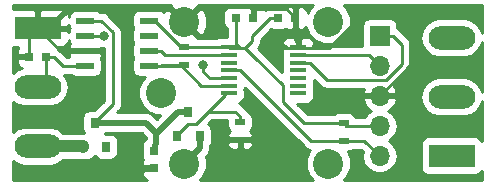
<source format=gbr>
G04 #@! TF.GenerationSoftware,KiCad,Pcbnew,(2018-02-16 revision c95340fba)-makepkg*
G04 #@! TF.CreationDate,2018-04-16T21:08:27+02:00*
G04 #@! TF.ProjectId,lin_bb,6C696E5F62622E6B696361645F706362,rev?*
G04 #@! TF.SameCoordinates,Original*
G04 #@! TF.FileFunction,Copper,L1,Top,Signal*
G04 #@! TF.FilePolarity,Positive*
%FSLAX46Y46*%
G04 Gerber Fmt 4.6, Leading zero omitted, Abs format (unit mm)*
G04 Created by KiCad (PCBNEW (2018-02-16 revision c95340fba)-makepkg) date 04/16/18 21:08:27*
%MOMM*%
%LPD*%
G01*
G04 APERTURE LIST*
%ADD10R,0.750000X0.800000*%
%ADD11R,0.800000X0.750000*%
%ADD12O,1.700000X1.700000*%
%ADD13R,1.700000X1.700000*%
%ADD14O,3.960000X1.980000*%
%ADD15R,3.960000X1.980000*%
%ADD16R,0.900000X0.500000*%
%ADD17R,1.550000X0.600000*%
%ADD18R,0.800000X0.900000*%
%ADD19C,2.540000*%
%ADD20R,1.450000X0.450000*%
%ADD21C,0.800000*%
%ADD22C,0.250000*%
%ADD23C,0.500000*%
%ADD24C,1.000000*%
%ADD25C,0.254000*%
G04 APERTURE END LIST*
D10*
X147764500Y-122733500D03*
X147764500Y-121233500D03*
D11*
X138672000Y-113284000D03*
X137172000Y-113284000D03*
D12*
X166878000Y-121666000D03*
X166878000Y-119126000D03*
X166878000Y-116586000D03*
X166878000Y-114046000D03*
D13*
X166878000Y-111506000D03*
D14*
X137922000Y-120871000D03*
X137922000Y-115871000D03*
D15*
X137922000Y-110871000D03*
D16*
X150304500Y-112470500D03*
X150304500Y-113970500D03*
D17*
X147353000Y-110236000D03*
X147353000Y-111506000D03*
X147353000Y-112776000D03*
X147353000Y-114046000D03*
X141953000Y-114046000D03*
X141953000Y-112776000D03*
X141953000Y-111506000D03*
X141953000Y-110236000D03*
D14*
X172974000Y-111666000D03*
X172974000Y-116666000D03*
D15*
X172974000Y-121666000D03*
D11*
X154698000Y-109982000D03*
X156198000Y-109982000D03*
X159742000Y-109982000D03*
X158242000Y-109982000D03*
D18*
X142748000Y-118888000D03*
X143698000Y-120888000D03*
X141798000Y-120888000D03*
D19*
X162536000Y-122332000D03*
X148336000Y-116332000D03*
X162536000Y-110332000D03*
X150336000Y-122332000D03*
X150336000Y-110332000D03*
D16*
X163830000Y-118884000D03*
X163830000Y-120384000D03*
D18*
X150685500Y-117999000D03*
X151635500Y-119999000D03*
X149735500Y-119999000D03*
D20*
X159985500Y-112477000D03*
X159985500Y-113127000D03*
X159985500Y-113777000D03*
X159985500Y-114427000D03*
X159985500Y-115077000D03*
X159985500Y-115727000D03*
X159985500Y-116377000D03*
X154085500Y-116377000D03*
X154085500Y-115727000D03*
X154085500Y-115077000D03*
X154085500Y-114427000D03*
X154085500Y-113777000D03*
X154085500Y-113127000D03*
X154085500Y-112477000D03*
D16*
X155067000Y-120320500D03*
X155067000Y-118820500D03*
D21*
X172910500Y-119126000D03*
X172847000Y-114173000D03*
X153035000Y-110363000D03*
X145796000Y-116332000D03*
X145034000Y-122682000D03*
X157480000Y-112522000D03*
X158750000Y-122682000D03*
X151955500Y-113982500D03*
X143510000Y-111506000D03*
D22*
X138672000Y-113284000D02*
X139322000Y-113284000D01*
X139322000Y-113284000D02*
X140084000Y-114046000D01*
X140084000Y-114046000D02*
X140928000Y-114046000D01*
X140928000Y-114046000D02*
X141953000Y-114046000D01*
X138672000Y-113284000D02*
X138672000Y-115121000D01*
X138672000Y-115121000D02*
X137922000Y-115871000D01*
X159985500Y-113127000D02*
X165959000Y-113127000D01*
X165959000Y-113127000D02*
X166878000Y-114046000D01*
X166624000Y-113792000D02*
X166878000Y-114046000D01*
D23*
X138912000Y-110871000D02*
X137922000Y-110871000D01*
X140563000Y-109220000D02*
X138912000Y-110871000D01*
X150336000Y-110332000D02*
X149224000Y-109220000D01*
X149224000Y-109220000D02*
X140563000Y-109220000D01*
D22*
X141953000Y-112776000D02*
X139827000Y-112776000D01*
X139827000Y-112776000D02*
X137922000Y-110871000D01*
X155067000Y-120320500D02*
X155067000Y-120820500D01*
X155067000Y-120820500D02*
X156928500Y-122682000D01*
X156928500Y-122682000D02*
X158184315Y-122682000D01*
X158184315Y-122682000D02*
X158750000Y-122682000D01*
D23*
X147764500Y-122733500D02*
X145085500Y-122733500D01*
X145085500Y-122733500D02*
X145034000Y-122682000D01*
D22*
X158750000Y-112522000D02*
X157480000Y-112522000D01*
X162623500Y-112522000D02*
X161434000Y-112522000D01*
X165608000Y-109537500D02*
X162623500Y-112522000D01*
X168211500Y-109537500D02*
X165608000Y-109537500D01*
X169481500Y-110807500D02*
X168211500Y-109537500D01*
X166878000Y-116586000D02*
X169481500Y-113982500D01*
X169481500Y-113982500D02*
X169481500Y-110807500D01*
X161434000Y-112522000D02*
X160434000Y-112522000D01*
D24*
X137922000Y-110871000D02*
X139065000Y-110871000D01*
D22*
X158750000Y-112522000D02*
X160434000Y-112522000D01*
X137172000Y-113284000D02*
X137172000Y-111621000D01*
X137172000Y-111621000D02*
X137922000Y-110871000D01*
X156198000Y-109982000D02*
X156198000Y-109357000D01*
X156198000Y-109357000D02*
X155903001Y-109062001D01*
X155903001Y-109062001D02*
X151605999Y-109062001D01*
X151605999Y-109062001D02*
X150336000Y-110332000D01*
X159742000Y-109982000D02*
X159742000Y-111830000D01*
X159742000Y-111830000D02*
X160434000Y-112522000D01*
X156198000Y-109357000D02*
X156273001Y-109281999D01*
X156273001Y-109281999D02*
X159016999Y-109281999D01*
X159016999Y-109281999D02*
X159717000Y-109982000D01*
X159717000Y-109982000D02*
X159742000Y-109982000D01*
D23*
X150685500Y-117999000D02*
X149785500Y-117999000D01*
X149785500Y-117999000D02*
X148019258Y-119765242D01*
X148019258Y-119765242D02*
X147971238Y-119765242D01*
X147093996Y-118888000D02*
X143648000Y-118888000D01*
X147971238Y-119765242D02*
X147093996Y-118888000D01*
X147971238Y-120633762D02*
X147971238Y-119765242D01*
X147828000Y-120777000D02*
X147971238Y-120633762D01*
X147764500Y-121233500D02*
X147828000Y-121170000D01*
X143648000Y-118888000D02*
X142748000Y-118888000D01*
X147828000Y-121170000D02*
X147828000Y-120777000D01*
D22*
X143313004Y-110236000D02*
X144272000Y-111194996D01*
X141953000Y-110236000D02*
X143313004Y-110236000D01*
X144272000Y-111194996D02*
X144272000Y-117314000D01*
X142748000Y-118838000D02*
X142748000Y-118888000D01*
X144272000Y-117314000D02*
X142748000Y-118838000D01*
X160476500Y-118884000D02*
X158668999Y-117076499D01*
X163830000Y-118884000D02*
X160476500Y-118884000D01*
X158668999Y-117076499D02*
X158668999Y-115706999D01*
X158668999Y-115706999D02*
X156279011Y-113317011D01*
X156279011Y-113317011D02*
X155484000Y-112522000D01*
X147353000Y-110236000D02*
X147828000Y-110236000D01*
X147828000Y-110236000D02*
X150069000Y-112477000D01*
X150069000Y-112477000D02*
X153110500Y-112477000D01*
X153110500Y-112477000D02*
X154085500Y-112477000D01*
X155034000Y-112522000D02*
X154130500Y-112522000D01*
X154130500Y-112522000D02*
X154085500Y-112477000D01*
X158242000Y-109982000D02*
X157574000Y-109982000D01*
X157574000Y-109982000D02*
X156034000Y-111522000D01*
X156034000Y-111522000D02*
X156034000Y-111972000D01*
X156034000Y-111972000D02*
X155484000Y-112522000D01*
X155484000Y-112522000D02*
X155034000Y-112522000D01*
X154698000Y-109982000D02*
X154698000Y-112186000D01*
X154698000Y-112186000D02*
X155034000Y-112522000D01*
X166878000Y-119126000D02*
X164072000Y-119126000D01*
X164072000Y-119126000D02*
X163830000Y-118884000D01*
D24*
X137922000Y-120871000D02*
X141781000Y-120871000D01*
X141781000Y-120871000D02*
X141798000Y-120888000D01*
D22*
X155060500Y-114427000D02*
X161029500Y-120396000D01*
X154085500Y-114427000D02*
X155060500Y-114427000D01*
X161029500Y-120396000D02*
X163818000Y-120396000D01*
X163818000Y-120396000D02*
X163830000Y-120384000D01*
X163830000Y-120384000D02*
X165596000Y-120384000D01*
X165596000Y-120384000D02*
X166878000Y-121666000D01*
X150114000Y-114046000D02*
X151795000Y-115727000D01*
X148378000Y-114046000D02*
X150114000Y-114046000D01*
X151795000Y-115727000D02*
X154085500Y-115727000D01*
X148378000Y-114046000D02*
X148453500Y-113970500D01*
X148453500Y-113970500D02*
X150304500Y-113970500D01*
X147353000Y-114046000D02*
X148378000Y-114046000D01*
D23*
X151635500Y-119999000D02*
X151635500Y-121032500D01*
X151635500Y-121032500D02*
X150336000Y-122332000D01*
D22*
X153585500Y-116377000D02*
X153757250Y-116548750D01*
X154085500Y-116377000D02*
X153585500Y-116377000D01*
X153757250Y-116548750D02*
X152384000Y-117922000D01*
X149735500Y-119949000D02*
X150685500Y-118999000D01*
X149735500Y-119999000D02*
X149735500Y-119949000D01*
X150685500Y-118999000D02*
X151307000Y-118999000D01*
X151307000Y-118999000D02*
X152384000Y-117922000D01*
X152384000Y-117922000D02*
X154668500Y-117922000D01*
X154668500Y-117922000D02*
X155067000Y-118320500D01*
X155067000Y-118320500D02*
X155067000Y-118820500D01*
X147353000Y-112776000D02*
X148378000Y-112776000D01*
X148378000Y-112776000D02*
X148729000Y-113127000D01*
X148729000Y-113127000D02*
X150655500Y-113127000D01*
X150655500Y-113127000D02*
X154085500Y-113127000D01*
X151955500Y-113982500D02*
X151955500Y-114548185D01*
X151955500Y-114548185D02*
X152484315Y-115077000D01*
X152484315Y-115077000D02*
X153110500Y-115077000D01*
X153110500Y-115077000D02*
X154085500Y-115077000D01*
X141953000Y-111506000D02*
X143510000Y-111506000D01*
X154114500Y-115062000D02*
X154029501Y-114977001D01*
X167442001Y-115221001D02*
X162404501Y-115221001D01*
X162404501Y-115221001D02*
X160960500Y-113777000D01*
X160960500Y-113777000D02*
X159985500Y-113777000D01*
X168783000Y-113880002D02*
X168783000Y-112311000D01*
X168783000Y-112311000D02*
X167978000Y-111506000D01*
X167978000Y-111506000D02*
X166878000Y-111506000D01*
X167442001Y-115221001D02*
X168783000Y-113880002D01*
D25*
G36*
X147086239Y-120131821D02*
X147086238Y-120272425D01*
X146931691Y-120375691D01*
X146791343Y-120585735D01*
X146742060Y-120833500D01*
X146742060Y-121633500D01*
X146791343Y-121881265D01*
X146852373Y-121972602D01*
X146851173Y-121973802D01*
X146754500Y-122207191D01*
X146754500Y-122447750D01*
X146913250Y-122606500D01*
X147637500Y-122606500D01*
X147637500Y-122586500D01*
X147891500Y-122586500D01*
X147891500Y-122606500D01*
X147911500Y-122606500D01*
X147911500Y-122860500D01*
X147891500Y-122860500D01*
X147891500Y-122880500D01*
X147637500Y-122880500D01*
X147637500Y-122860500D01*
X146913250Y-122860500D01*
X146754500Y-123019250D01*
X146754500Y-123259809D01*
X146851173Y-123493198D01*
X147029801Y-123671827D01*
X147158172Y-123725000D01*
X135863000Y-123725000D01*
X135863000Y-122111087D01*
X136297957Y-122401716D01*
X136771955Y-122496000D01*
X139072045Y-122496000D01*
X139546043Y-122401716D01*
X140083559Y-122042559D01*
X140107987Y-122006000D01*
X141600752Y-122006000D01*
X141798000Y-122045235D01*
X142098610Y-121985440D01*
X142198000Y-121985440D01*
X142445765Y-121936157D01*
X142655809Y-121795809D01*
X142748000Y-121657836D01*
X142840191Y-121795809D01*
X143050235Y-121936157D01*
X143298000Y-121985440D01*
X144098000Y-121985440D01*
X144345765Y-121936157D01*
X144555809Y-121795809D01*
X144696157Y-121585765D01*
X144745440Y-121338000D01*
X144745440Y-120438000D01*
X144696157Y-120190235D01*
X144555809Y-119980191D01*
X144345765Y-119839843D01*
X144098000Y-119790560D01*
X143609316Y-119790560D01*
X143621050Y-119773000D01*
X146727418Y-119773000D01*
X147086239Y-120131821D01*
X147086239Y-120131821D01*
G37*
X147086239Y-120131821D02*
X147086238Y-120272425D01*
X146931691Y-120375691D01*
X146791343Y-120585735D01*
X146742060Y-120833500D01*
X146742060Y-121633500D01*
X146791343Y-121881265D01*
X146852373Y-121972602D01*
X146851173Y-121973802D01*
X146754500Y-122207191D01*
X146754500Y-122447750D01*
X146913250Y-122606500D01*
X147637500Y-122606500D01*
X147637500Y-122586500D01*
X147891500Y-122586500D01*
X147891500Y-122606500D01*
X147911500Y-122606500D01*
X147911500Y-122860500D01*
X147891500Y-122860500D01*
X147891500Y-122880500D01*
X147637500Y-122880500D01*
X147637500Y-122860500D01*
X146913250Y-122860500D01*
X146754500Y-123019250D01*
X146754500Y-123259809D01*
X146851173Y-123493198D01*
X147029801Y-123671827D01*
X147158172Y-123725000D01*
X135863000Y-123725000D01*
X135863000Y-122111087D01*
X136297957Y-122401716D01*
X136771955Y-122496000D01*
X139072045Y-122496000D01*
X139546043Y-122401716D01*
X140083559Y-122042559D01*
X140107987Y-122006000D01*
X141600752Y-122006000D01*
X141798000Y-122045235D01*
X142098610Y-121985440D01*
X142198000Y-121985440D01*
X142445765Y-121936157D01*
X142655809Y-121795809D01*
X142748000Y-121657836D01*
X142840191Y-121795809D01*
X143050235Y-121936157D01*
X143298000Y-121985440D01*
X144098000Y-121985440D01*
X144345765Y-121936157D01*
X144555809Y-121795809D01*
X144696157Y-121585765D01*
X144745440Y-121338000D01*
X144745440Y-120438000D01*
X144696157Y-120190235D01*
X144555809Y-119980191D01*
X144345765Y-119839843D01*
X144098000Y-119790560D01*
X143609316Y-119790560D01*
X143621050Y-119773000D01*
X146727418Y-119773000D01*
X147086239Y-120131821D01*
G36*
X149167828Y-108984223D02*
X150336000Y-110152395D01*
X151504172Y-108984223D01*
X151483976Y-108939000D01*
X161234923Y-108939000D01*
X160921019Y-109252904D01*
X160777000Y-109600597D01*
X160777000Y-109480690D01*
X160680327Y-109247301D01*
X160501698Y-109068673D01*
X160268309Y-108972000D01*
X160027750Y-108972000D01*
X159869000Y-109130750D01*
X159869000Y-109855000D01*
X159889000Y-109855000D01*
X159889000Y-110109000D01*
X159869000Y-110109000D01*
X159869000Y-110833250D01*
X160027750Y-110992000D01*
X160268309Y-110992000D01*
X160501698Y-110895327D01*
X160647138Y-110749888D01*
X160921019Y-111411096D01*
X161456904Y-111946981D01*
X162157072Y-112237000D01*
X162914928Y-112237000D01*
X163615096Y-111946981D01*
X164150981Y-111411096D01*
X164441000Y-110710928D01*
X164441000Y-109953072D01*
X164150981Y-109252904D01*
X163837077Y-108939000D01*
X175541001Y-108939000D01*
X175541001Y-111264647D01*
X175494716Y-111031957D01*
X175135559Y-110494441D01*
X174598043Y-110135284D01*
X174124045Y-110041000D01*
X171823955Y-110041000D01*
X171349957Y-110135284D01*
X170812441Y-110494441D01*
X170453284Y-111031957D01*
X170327165Y-111666000D01*
X170453284Y-112300043D01*
X170812441Y-112837559D01*
X171349957Y-113196716D01*
X171823955Y-113291000D01*
X174124045Y-113291000D01*
X174598043Y-113196716D01*
X175135559Y-112837559D01*
X175494716Y-112300043D01*
X175541001Y-112067354D01*
X175541001Y-116264645D01*
X175494716Y-116031957D01*
X175135559Y-115494441D01*
X174598043Y-115135284D01*
X174124045Y-115041000D01*
X171823955Y-115041000D01*
X171349957Y-115135284D01*
X170812441Y-115494441D01*
X170453284Y-116031957D01*
X170327165Y-116666000D01*
X170453284Y-117300043D01*
X170812441Y-117837559D01*
X171349957Y-118196716D01*
X171823955Y-118291000D01*
X174124045Y-118291000D01*
X174598043Y-118196716D01*
X175135559Y-117837559D01*
X175494716Y-117300043D01*
X175541000Y-117067355D01*
X175541000Y-120411538D01*
X175411809Y-120218191D01*
X175201765Y-120077843D01*
X174954000Y-120028560D01*
X170994000Y-120028560D01*
X170746235Y-120077843D01*
X170536191Y-120218191D01*
X170395843Y-120428235D01*
X170346560Y-120676000D01*
X170346560Y-122656000D01*
X170395843Y-122903765D01*
X170536191Y-123113809D01*
X170746235Y-123254157D01*
X170994000Y-123303440D01*
X174954000Y-123303440D01*
X175201765Y-123254157D01*
X175411809Y-123113809D01*
X175541000Y-122920462D01*
X175541000Y-123725000D01*
X163837077Y-123725000D01*
X164150981Y-123411096D01*
X164441000Y-122710928D01*
X164441000Y-121953072D01*
X164162801Y-121281440D01*
X164280000Y-121281440D01*
X164527765Y-121232157D01*
X164659700Y-121144000D01*
X165281199Y-121144000D01*
X165436791Y-121299592D01*
X165363908Y-121666000D01*
X165479161Y-122245418D01*
X165807375Y-122736625D01*
X166298582Y-123064839D01*
X166731744Y-123151000D01*
X167024256Y-123151000D01*
X167457418Y-123064839D01*
X167948625Y-122736625D01*
X168276839Y-122245418D01*
X168392092Y-121666000D01*
X168276839Y-121086582D01*
X167948625Y-120595375D01*
X167650239Y-120396000D01*
X167948625Y-120196625D01*
X168276839Y-119705418D01*
X168392092Y-119126000D01*
X168276839Y-118546582D01*
X167948625Y-118055375D01*
X167629522Y-117842157D01*
X167759358Y-117781183D01*
X168149645Y-117352924D01*
X168319476Y-116942890D01*
X168198155Y-116713000D01*
X167005000Y-116713000D01*
X167005000Y-116733000D01*
X166751000Y-116733000D01*
X166751000Y-116713000D01*
X165557845Y-116713000D01*
X165436524Y-116942890D01*
X165606355Y-117352924D01*
X165996642Y-117781183D01*
X166126478Y-117842157D01*
X165807375Y-118055375D01*
X165599822Y-118366000D01*
X164864636Y-118366000D01*
X164737809Y-118176191D01*
X164527765Y-118035843D01*
X164280000Y-117986560D01*
X163380000Y-117986560D01*
X163132235Y-118035843D01*
X163000300Y-118124000D01*
X160791303Y-118124000D01*
X159916742Y-117249440D01*
X160710500Y-117249440D01*
X160958265Y-117200157D01*
X161168309Y-117059809D01*
X161308657Y-116849765D01*
X161357940Y-116602000D01*
X161357940Y-116152000D01*
X161338049Y-116052000D01*
X161357940Y-115952000D01*
X161357940Y-115502000D01*
X161338049Y-115402000D01*
X161357940Y-115302000D01*
X161357940Y-115249242D01*
X161814172Y-115705474D01*
X161856572Y-115768930D01*
X161920028Y-115811330D01*
X162107963Y-115936905D01*
X162156106Y-115946481D01*
X162329649Y-115981001D01*
X162329653Y-115981001D01*
X162404501Y-115995889D01*
X162479349Y-115981001D01*
X165539288Y-115981001D01*
X165436524Y-116229110D01*
X165557845Y-116459000D01*
X166751000Y-116459000D01*
X166751000Y-116439000D01*
X167005000Y-116439000D01*
X167005000Y-116459000D01*
X168198155Y-116459000D01*
X168319476Y-116229110D01*
X168149645Y-115819076D01*
X168039542Y-115698261D01*
X169267473Y-114470331D01*
X169330929Y-114427931D01*
X169498904Y-114176539D01*
X169543000Y-113954854D01*
X169543000Y-113954849D01*
X169557888Y-113880002D01*
X169543000Y-113805155D01*
X169543000Y-112385847D01*
X169557888Y-112311000D01*
X169543000Y-112236153D01*
X169543000Y-112236148D01*
X169498904Y-112014463D01*
X169330929Y-111763071D01*
X169267473Y-111720671D01*
X168568331Y-111021530D01*
X168525929Y-110958071D01*
X168375440Y-110857517D01*
X168375440Y-110656000D01*
X168326157Y-110408235D01*
X168185809Y-110198191D01*
X167975765Y-110057843D01*
X167728000Y-110008560D01*
X166028000Y-110008560D01*
X165780235Y-110057843D01*
X165570191Y-110198191D01*
X165429843Y-110408235D01*
X165380560Y-110656000D01*
X165380560Y-112356000D01*
X165382748Y-112367000D01*
X161345500Y-112367000D01*
X161345500Y-112349998D01*
X161201252Y-112349998D01*
X161345500Y-112205750D01*
X161345500Y-112125690D01*
X161248827Y-111892301D01*
X161070198Y-111713673D01*
X160836809Y-111617000D01*
X160271250Y-111617000D01*
X160112500Y-111775750D01*
X160112500Y-112254560D01*
X159858500Y-112254560D01*
X159858500Y-111775750D01*
X159699750Y-111617000D01*
X159134191Y-111617000D01*
X158900802Y-111713673D01*
X158722173Y-111892301D01*
X158625500Y-112125690D01*
X158625500Y-112205750D01*
X158784250Y-112364500D01*
X158921956Y-112364500D01*
X158802691Y-112444191D01*
X158662343Y-112654235D01*
X158648147Y-112725603D01*
X158625500Y-112748250D01*
X158625500Y-112828310D01*
X158626998Y-112831927D01*
X158613060Y-112902000D01*
X158613060Y-113352000D01*
X158632951Y-113452000D01*
X158613060Y-113552000D01*
X158613060Y-114002000D01*
X158632951Y-114102000D01*
X158613060Y-114202000D01*
X158613060Y-114576258D01*
X156869344Y-112832543D01*
X156869340Y-112832537D01*
X156566824Y-112530022D01*
X156581929Y-112519929D01*
X156624327Y-112456476D01*
X156624329Y-112456474D01*
X156730960Y-112296888D01*
X156749904Y-112268537D01*
X156794000Y-112046852D01*
X156794000Y-112046848D01*
X156808888Y-111972001D01*
X156794000Y-111897154D01*
X156794000Y-111836801D01*
X157662138Y-110968664D01*
X157842000Y-111004440D01*
X158642000Y-111004440D01*
X158889765Y-110955157D01*
X158981102Y-110894127D01*
X158982302Y-110895327D01*
X159215691Y-110992000D01*
X159456250Y-110992000D01*
X159615000Y-110833250D01*
X159615000Y-110109000D01*
X159595000Y-110109000D01*
X159595000Y-109855000D01*
X159615000Y-109855000D01*
X159615000Y-109130750D01*
X159456250Y-108972000D01*
X159215691Y-108972000D01*
X158982302Y-109068673D01*
X158981102Y-109069873D01*
X158889765Y-109008843D01*
X158642000Y-108959560D01*
X157842000Y-108959560D01*
X157594235Y-109008843D01*
X157384191Y-109149191D01*
X157310463Y-109259532D01*
X157277463Y-109266096D01*
X157173019Y-109335883D01*
X157136327Y-109247301D01*
X156957698Y-109068673D01*
X156724309Y-108972000D01*
X156483750Y-108972000D01*
X156325000Y-109130750D01*
X156325000Y-109855000D01*
X156345000Y-109855000D01*
X156345000Y-110109000D01*
X156325000Y-110109000D01*
X156325000Y-110129000D01*
X156071000Y-110129000D01*
X156071000Y-110109000D01*
X156051000Y-110109000D01*
X156051000Y-109855000D01*
X156071000Y-109855000D01*
X156071000Y-109130750D01*
X155912250Y-108972000D01*
X155671691Y-108972000D01*
X155438302Y-109068673D01*
X155437102Y-109069873D01*
X155345765Y-109008843D01*
X155098000Y-108959560D01*
X154298000Y-108959560D01*
X154050235Y-109008843D01*
X153840191Y-109149191D01*
X153699843Y-109359235D01*
X153650560Y-109607000D01*
X153650560Y-110357000D01*
X153699843Y-110604765D01*
X153840191Y-110814809D01*
X153938000Y-110880164D01*
X153938001Y-111604560D01*
X153360500Y-111604560D01*
X153112735Y-111653843D01*
X153018215Y-111717000D01*
X151487548Y-111717000D01*
X151504172Y-111679777D01*
X150336000Y-110511605D01*
X150321858Y-110525748D01*
X150142253Y-110346143D01*
X150156395Y-110332000D01*
X150515605Y-110332000D01*
X151683777Y-111500172D01*
X151978657Y-111368480D01*
X152250261Y-110660964D01*
X152230436Y-109903368D01*
X151978657Y-109295520D01*
X151683777Y-109163828D01*
X150515605Y-110332000D01*
X150156395Y-110332000D01*
X148988223Y-109163828D01*
X148693343Y-109295520D01*
X148609568Y-109513749D01*
X148585809Y-109478191D01*
X148375765Y-109337843D01*
X148128000Y-109288560D01*
X146578000Y-109288560D01*
X146330235Y-109337843D01*
X146120191Y-109478191D01*
X145979843Y-109688235D01*
X145930560Y-109936000D01*
X145930560Y-110536000D01*
X145979843Y-110783765D01*
X146038132Y-110871000D01*
X145979843Y-110958235D01*
X145930560Y-111206000D01*
X145930560Y-111806000D01*
X145979843Y-112053765D01*
X146038132Y-112141000D01*
X145979843Y-112228235D01*
X145930560Y-112476000D01*
X145930560Y-113076000D01*
X145979843Y-113323765D01*
X146038132Y-113411000D01*
X145979843Y-113498235D01*
X145930560Y-113746000D01*
X145930560Y-114346000D01*
X145979843Y-114593765D01*
X146120191Y-114803809D01*
X146330235Y-114944157D01*
X146578000Y-114993440D01*
X146980483Y-114993440D01*
X146721019Y-115252904D01*
X146431000Y-115953072D01*
X146431000Y-116710928D01*
X146721019Y-117411096D01*
X147256904Y-117946981D01*
X147957072Y-118237000D01*
X148295921Y-118237000D01*
X147995248Y-118537674D01*
X147781421Y-118323847D01*
X147732045Y-118249951D01*
X147439306Y-118054348D01*
X147181161Y-118003000D01*
X147181157Y-118003000D01*
X147093996Y-117985663D01*
X147006835Y-118003000D01*
X144657803Y-118003000D01*
X144756476Y-117904327D01*
X144819929Y-117861929D01*
X144862327Y-117798476D01*
X144862329Y-117798474D01*
X144967549Y-117641000D01*
X144987904Y-117610537D01*
X145032000Y-117388852D01*
X145032000Y-117388848D01*
X145046888Y-117314001D01*
X145032000Y-117239154D01*
X145032000Y-111269842D01*
X145046888Y-111194995D01*
X145032000Y-111120148D01*
X145032000Y-111120144D01*
X144987904Y-110898459D01*
X144819929Y-110647067D01*
X144756473Y-110604667D01*
X143903335Y-109751530D01*
X143860933Y-109688071D01*
X143609541Y-109520096D01*
X143387856Y-109476000D01*
X143387851Y-109476000D01*
X143313004Y-109461112D01*
X143238157Y-109476000D01*
X143182530Y-109476000D01*
X142975765Y-109337843D01*
X142728000Y-109288560D01*
X141178000Y-109288560D01*
X140930235Y-109337843D01*
X140720191Y-109478191D01*
X140579843Y-109688235D01*
X140537000Y-109903624D01*
X140537000Y-109754691D01*
X140440327Y-109521302D01*
X140261699Y-109342673D01*
X140028310Y-109246000D01*
X138207750Y-109246000D01*
X138049000Y-109404750D01*
X138049000Y-110744000D01*
X140378250Y-110744000D01*
X140537000Y-110585250D01*
X140537000Y-110568376D01*
X140579843Y-110783765D01*
X140638132Y-110871000D01*
X140579843Y-110958235D01*
X140537000Y-111173624D01*
X140537000Y-111156750D01*
X140378250Y-110998000D01*
X138049000Y-110998000D01*
X138049000Y-111018000D01*
X137795000Y-111018000D01*
X137795000Y-110998000D01*
X137775000Y-110998000D01*
X137775000Y-110744000D01*
X137795000Y-110744000D01*
X137795000Y-109404750D01*
X137636250Y-109246000D01*
X135863000Y-109246000D01*
X135863000Y-108939000D01*
X149188024Y-108939000D01*
X149167828Y-108984223D01*
X149167828Y-108984223D01*
G37*
X149167828Y-108984223D02*
X150336000Y-110152395D01*
X151504172Y-108984223D01*
X151483976Y-108939000D01*
X161234923Y-108939000D01*
X160921019Y-109252904D01*
X160777000Y-109600597D01*
X160777000Y-109480690D01*
X160680327Y-109247301D01*
X160501698Y-109068673D01*
X160268309Y-108972000D01*
X160027750Y-108972000D01*
X159869000Y-109130750D01*
X159869000Y-109855000D01*
X159889000Y-109855000D01*
X159889000Y-110109000D01*
X159869000Y-110109000D01*
X159869000Y-110833250D01*
X160027750Y-110992000D01*
X160268309Y-110992000D01*
X160501698Y-110895327D01*
X160647138Y-110749888D01*
X160921019Y-111411096D01*
X161456904Y-111946981D01*
X162157072Y-112237000D01*
X162914928Y-112237000D01*
X163615096Y-111946981D01*
X164150981Y-111411096D01*
X164441000Y-110710928D01*
X164441000Y-109953072D01*
X164150981Y-109252904D01*
X163837077Y-108939000D01*
X175541001Y-108939000D01*
X175541001Y-111264647D01*
X175494716Y-111031957D01*
X175135559Y-110494441D01*
X174598043Y-110135284D01*
X174124045Y-110041000D01*
X171823955Y-110041000D01*
X171349957Y-110135284D01*
X170812441Y-110494441D01*
X170453284Y-111031957D01*
X170327165Y-111666000D01*
X170453284Y-112300043D01*
X170812441Y-112837559D01*
X171349957Y-113196716D01*
X171823955Y-113291000D01*
X174124045Y-113291000D01*
X174598043Y-113196716D01*
X175135559Y-112837559D01*
X175494716Y-112300043D01*
X175541001Y-112067354D01*
X175541001Y-116264645D01*
X175494716Y-116031957D01*
X175135559Y-115494441D01*
X174598043Y-115135284D01*
X174124045Y-115041000D01*
X171823955Y-115041000D01*
X171349957Y-115135284D01*
X170812441Y-115494441D01*
X170453284Y-116031957D01*
X170327165Y-116666000D01*
X170453284Y-117300043D01*
X170812441Y-117837559D01*
X171349957Y-118196716D01*
X171823955Y-118291000D01*
X174124045Y-118291000D01*
X174598043Y-118196716D01*
X175135559Y-117837559D01*
X175494716Y-117300043D01*
X175541000Y-117067355D01*
X175541000Y-120411538D01*
X175411809Y-120218191D01*
X175201765Y-120077843D01*
X174954000Y-120028560D01*
X170994000Y-120028560D01*
X170746235Y-120077843D01*
X170536191Y-120218191D01*
X170395843Y-120428235D01*
X170346560Y-120676000D01*
X170346560Y-122656000D01*
X170395843Y-122903765D01*
X170536191Y-123113809D01*
X170746235Y-123254157D01*
X170994000Y-123303440D01*
X174954000Y-123303440D01*
X175201765Y-123254157D01*
X175411809Y-123113809D01*
X175541000Y-122920462D01*
X175541000Y-123725000D01*
X163837077Y-123725000D01*
X164150981Y-123411096D01*
X164441000Y-122710928D01*
X164441000Y-121953072D01*
X164162801Y-121281440D01*
X164280000Y-121281440D01*
X164527765Y-121232157D01*
X164659700Y-121144000D01*
X165281199Y-121144000D01*
X165436791Y-121299592D01*
X165363908Y-121666000D01*
X165479161Y-122245418D01*
X165807375Y-122736625D01*
X166298582Y-123064839D01*
X166731744Y-123151000D01*
X167024256Y-123151000D01*
X167457418Y-123064839D01*
X167948625Y-122736625D01*
X168276839Y-122245418D01*
X168392092Y-121666000D01*
X168276839Y-121086582D01*
X167948625Y-120595375D01*
X167650239Y-120396000D01*
X167948625Y-120196625D01*
X168276839Y-119705418D01*
X168392092Y-119126000D01*
X168276839Y-118546582D01*
X167948625Y-118055375D01*
X167629522Y-117842157D01*
X167759358Y-117781183D01*
X168149645Y-117352924D01*
X168319476Y-116942890D01*
X168198155Y-116713000D01*
X167005000Y-116713000D01*
X167005000Y-116733000D01*
X166751000Y-116733000D01*
X166751000Y-116713000D01*
X165557845Y-116713000D01*
X165436524Y-116942890D01*
X165606355Y-117352924D01*
X165996642Y-117781183D01*
X166126478Y-117842157D01*
X165807375Y-118055375D01*
X165599822Y-118366000D01*
X164864636Y-118366000D01*
X164737809Y-118176191D01*
X164527765Y-118035843D01*
X164280000Y-117986560D01*
X163380000Y-117986560D01*
X163132235Y-118035843D01*
X163000300Y-118124000D01*
X160791303Y-118124000D01*
X159916742Y-117249440D01*
X160710500Y-117249440D01*
X160958265Y-117200157D01*
X161168309Y-117059809D01*
X161308657Y-116849765D01*
X161357940Y-116602000D01*
X161357940Y-116152000D01*
X161338049Y-116052000D01*
X161357940Y-115952000D01*
X161357940Y-115502000D01*
X161338049Y-115402000D01*
X161357940Y-115302000D01*
X161357940Y-115249242D01*
X161814172Y-115705474D01*
X161856572Y-115768930D01*
X161920028Y-115811330D01*
X162107963Y-115936905D01*
X162156106Y-115946481D01*
X162329649Y-115981001D01*
X162329653Y-115981001D01*
X162404501Y-115995889D01*
X162479349Y-115981001D01*
X165539288Y-115981001D01*
X165436524Y-116229110D01*
X165557845Y-116459000D01*
X166751000Y-116459000D01*
X166751000Y-116439000D01*
X167005000Y-116439000D01*
X167005000Y-116459000D01*
X168198155Y-116459000D01*
X168319476Y-116229110D01*
X168149645Y-115819076D01*
X168039542Y-115698261D01*
X169267473Y-114470331D01*
X169330929Y-114427931D01*
X169498904Y-114176539D01*
X169543000Y-113954854D01*
X169543000Y-113954849D01*
X169557888Y-113880002D01*
X169543000Y-113805155D01*
X169543000Y-112385847D01*
X169557888Y-112311000D01*
X169543000Y-112236153D01*
X169543000Y-112236148D01*
X169498904Y-112014463D01*
X169330929Y-111763071D01*
X169267473Y-111720671D01*
X168568331Y-111021530D01*
X168525929Y-110958071D01*
X168375440Y-110857517D01*
X168375440Y-110656000D01*
X168326157Y-110408235D01*
X168185809Y-110198191D01*
X167975765Y-110057843D01*
X167728000Y-110008560D01*
X166028000Y-110008560D01*
X165780235Y-110057843D01*
X165570191Y-110198191D01*
X165429843Y-110408235D01*
X165380560Y-110656000D01*
X165380560Y-112356000D01*
X165382748Y-112367000D01*
X161345500Y-112367000D01*
X161345500Y-112349998D01*
X161201252Y-112349998D01*
X161345500Y-112205750D01*
X161345500Y-112125690D01*
X161248827Y-111892301D01*
X161070198Y-111713673D01*
X160836809Y-111617000D01*
X160271250Y-111617000D01*
X160112500Y-111775750D01*
X160112500Y-112254560D01*
X159858500Y-112254560D01*
X159858500Y-111775750D01*
X159699750Y-111617000D01*
X159134191Y-111617000D01*
X158900802Y-111713673D01*
X158722173Y-111892301D01*
X158625500Y-112125690D01*
X158625500Y-112205750D01*
X158784250Y-112364500D01*
X158921956Y-112364500D01*
X158802691Y-112444191D01*
X158662343Y-112654235D01*
X158648147Y-112725603D01*
X158625500Y-112748250D01*
X158625500Y-112828310D01*
X158626998Y-112831927D01*
X158613060Y-112902000D01*
X158613060Y-113352000D01*
X158632951Y-113452000D01*
X158613060Y-113552000D01*
X158613060Y-114002000D01*
X158632951Y-114102000D01*
X158613060Y-114202000D01*
X158613060Y-114576258D01*
X156869344Y-112832543D01*
X156869340Y-112832537D01*
X156566824Y-112530022D01*
X156581929Y-112519929D01*
X156624327Y-112456476D01*
X156624329Y-112456474D01*
X156730960Y-112296888D01*
X156749904Y-112268537D01*
X156794000Y-112046852D01*
X156794000Y-112046848D01*
X156808888Y-111972001D01*
X156794000Y-111897154D01*
X156794000Y-111836801D01*
X157662138Y-110968664D01*
X157842000Y-111004440D01*
X158642000Y-111004440D01*
X158889765Y-110955157D01*
X158981102Y-110894127D01*
X158982302Y-110895327D01*
X159215691Y-110992000D01*
X159456250Y-110992000D01*
X159615000Y-110833250D01*
X159615000Y-110109000D01*
X159595000Y-110109000D01*
X159595000Y-109855000D01*
X159615000Y-109855000D01*
X159615000Y-109130750D01*
X159456250Y-108972000D01*
X159215691Y-108972000D01*
X158982302Y-109068673D01*
X158981102Y-109069873D01*
X158889765Y-109008843D01*
X158642000Y-108959560D01*
X157842000Y-108959560D01*
X157594235Y-109008843D01*
X157384191Y-109149191D01*
X157310463Y-109259532D01*
X157277463Y-109266096D01*
X157173019Y-109335883D01*
X157136327Y-109247301D01*
X156957698Y-109068673D01*
X156724309Y-108972000D01*
X156483750Y-108972000D01*
X156325000Y-109130750D01*
X156325000Y-109855000D01*
X156345000Y-109855000D01*
X156345000Y-110109000D01*
X156325000Y-110109000D01*
X156325000Y-110129000D01*
X156071000Y-110129000D01*
X156071000Y-110109000D01*
X156051000Y-110109000D01*
X156051000Y-109855000D01*
X156071000Y-109855000D01*
X156071000Y-109130750D01*
X155912250Y-108972000D01*
X155671691Y-108972000D01*
X155438302Y-109068673D01*
X155437102Y-109069873D01*
X155345765Y-109008843D01*
X155098000Y-108959560D01*
X154298000Y-108959560D01*
X154050235Y-109008843D01*
X153840191Y-109149191D01*
X153699843Y-109359235D01*
X153650560Y-109607000D01*
X153650560Y-110357000D01*
X153699843Y-110604765D01*
X153840191Y-110814809D01*
X153938000Y-110880164D01*
X153938001Y-111604560D01*
X153360500Y-111604560D01*
X153112735Y-111653843D01*
X153018215Y-111717000D01*
X151487548Y-111717000D01*
X151504172Y-111679777D01*
X150336000Y-110511605D01*
X150321858Y-110525748D01*
X150142253Y-110346143D01*
X150156395Y-110332000D01*
X150515605Y-110332000D01*
X151683777Y-111500172D01*
X151978657Y-111368480D01*
X152250261Y-110660964D01*
X152230436Y-109903368D01*
X151978657Y-109295520D01*
X151683777Y-109163828D01*
X150515605Y-110332000D01*
X150156395Y-110332000D01*
X148988223Y-109163828D01*
X148693343Y-109295520D01*
X148609568Y-109513749D01*
X148585809Y-109478191D01*
X148375765Y-109337843D01*
X148128000Y-109288560D01*
X146578000Y-109288560D01*
X146330235Y-109337843D01*
X146120191Y-109478191D01*
X145979843Y-109688235D01*
X145930560Y-109936000D01*
X145930560Y-110536000D01*
X145979843Y-110783765D01*
X146038132Y-110871000D01*
X145979843Y-110958235D01*
X145930560Y-111206000D01*
X145930560Y-111806000D01*
X145979843Y-112053765D01*
X146038132Y-112141000D01*
X145979843Y-112228235D01*
X145930560Y-112476000D01*
X145930560Y-113076000D01*
X145979843Y-113323765D01*
X146038132Y-113411000D01*
X145979843Y-113498235D01*
X145930560Y-113746000D01*
X145930560Y-114346000D01*
X145979843Y-114593765D01*
X146120191Y-114803809D01*
X146330235Y-114944157D01*
X146578000Y-114993440D01*
X146980483Y-114993440D01*
X146721019Y-115252904D01*
X146431000Y-115953072D01*
X146431000Y-116710928D01*
X146721019Y-117411096D01*
X147256904Y-117946981D01*
X147957072Y-118237000D01*
X148295921Y-118237000D01*
X147995248Y-118537674D01*
X147781421Y-118323847D01*
X147732045Y-118249951D01*
X147439306Y-118054348D01*
X147181161Y-118003000D01*
X147181157Y-118003000D01*
X147093996Y-117985663D01*
X147006835Y-118003000D01*
X144657803Y-118003000D01*
X144756476Y-117904327D01*
X144819929Y-117861929D01*
X144862327Y-117798476D01*
X144862329Y-117798474D01*
X144967549Y-117641000D01*
X144987904Y-117610537D01*
X145032000Y-117388852D01*
X145032000Y-117388848D01*
X145046888Y-117314001D01*
X145032000Y-117239154D01*
X145032000Y-111269842D01*
X145046888Y-111194995D01*
X145032000Y-111120148D01*
X145032000Y-111120144D01*
X144987904Y-110898459D01*
X144819929Y-110647067D01*
X144756473Y-110604667D01*
X143903335Y-109751530D01*
X143860933Y-109688071D01*
X143609541Y-109520096D01*
X143387856Y-109476000D01*
X143387851Y-109476000D01*
X143313004Y-109461112D01*
X143238157Y-109476000D01*
X143182530Y-109476000D01*
X142975765Y-109337843D01*
X142728000Y-109288560D01*
X141178000Y-109288560D01*
X140930235Y-109337843D01*
X140720191Y-109478191D01*
X140579843Y-109688235D01*
X140537000Y-109903624D01*
X140537000Y-109754691D01*
X140440327Y-109521302D01*
X140261699Y-109342673D01*
X140028310Y-109246000D01*
X138207750Y-109246000D01*
X138049000Y-109404750D01*
X138049000Y-110744000D01*
X140378250Y-110744000D01*
X140537000Y-110585250D01*
X140537000Y-110568376D01*
X140579843Y-110783765D01*
X140638132Y-110871000D01*
X140579843Y-110958235D01*
X140537000Y-111173624D01*
X140537000Y-111156750D01*
X140378250Y-110998000D01*
X138049000Y-110998000D01*
X138049000Y-111018000D01*
X137795000Y-111018000D01*
X137795000Y-110998000D01*
X137775000Y-110998000D01*
X137775000Y-110744000D01*
X137795000Y-110744000D01*
X137795000Y-109404750D01*
X137636250Y-109246000D01*
X135863000Y-109246000D01*
X135863000Y-108939000D01*
X149188024Y-108939000D01*
X149167828Y-108984223D01*
G36*
X160439171Y-120880473D02*
X160481571Y-120943929D01*
X160545027Y-120986329D01*
X160732962Y-121111904D01*
X160771980Y-121119665D01*
X160954648Y-121156000D01*
X160954652Y-121156000D01*
X161007426Y-121166497D01*
X160921019Y-121252904D01*
X160631000Y-121953072D01*
X160631000Y-122710928D01*
X160921019Y-123411096D01*
X161234923Y-123725000D01*
X151637077Y-123725000D01*
X151950981Y-123411096D01*
X152241000Y-122710928D01*
X152241000Y-121953072D01*
X152160603Y-121758976D01*
X152199656Y-121719923D01*
X152273549Y-121670549D01*
X152324349Y-121594523D01*
X152469152Y-121377810D01*
X152520500Y-121119665D01*
X152520500Y-121119661D01*
X152537837Y-121032500D01*
X152520500Y-120945339D01*
X152520500Y-120866115D01*
X152633657Y-120696765D01*
X152652059Y-120604250D01*
X153982000Y-120604250D01*
X153982000Y-120696809D01*
X154078673Y-120930198D01*
X154257301Y-121108827D01*
X154490690Y-121205500D01*
X154781250Y-121205500D01*
X154940000Y-121046750D01*
X154940000Y-120445500D01*
X155194000Y-120445500D01*
X155194000Y-121046750D01*
X155352750Y-121205500D01*
X155643310Y-121205500D01*
X155876699Y-121108827D01*
X156055327Y-120930198D01*
X156152000Y-120696809D01*
X156152000Y-120604250D01*
X155993250Y-120445500D01*
X155194000Y-120445500D01*
X154940000Y-120445500D01*
X154140750Y-120445500D01*
X153982000Y-120604250D01*
X152652059Y-120604250D01*
X152682940Y-120449000D01*
X152682940Y-119549000D01*
X152633657Y-119301235D01*
X152493309Y-119091191D01*
X152371201Y-119009600D01*
X152698802Y-118682000D01*
X153969560Y-118682000D01*
X153969560Y-119070500D01*
X154018843Y-119318265D01*
X154159191Y-119528309D01*
X154220320Y-119569154D01*
X154078673Y-119710802D01*
X153982000Y-119944191D01*
X153982000Y-120036750D01*
X154140750Y-120195500D01*
X154940000Y-120195500D01*
X154940000Y-120173500D01*
X155194000Y-120173500D01*
X155194000Y-120195500D01*
X155993250Y-120195500D01*
X156152000Y-120036750D01*
X156152000Y-119944191D01*
X156055327Y-119710802D01*
X155913680Y-119569154D01*
X155974809Y-119528309D01*
X156115157Y-119318265D01*
X156164440Y-119070500D01*
X156164440Y-118570500D01*
X156115157Y-118322735D01*
X155974809Y-118112691D01*
X155764765Y-117972343D01*
X155745906Y-117968592D01*
X155614929Y-117772571D01*
X155551470Y-117730169D01*
X155258831Y-117437530D01*
X155216429Y-117374071D01*
X154979574Y-117215809D01*
X155058265Y-117200157D01*
X155268309Y-117059809D01*
X155408657Y-116849765D01*
X155457940Y-116602000D01*
X155457940Y-116152000D01*
X155438049Y-116052000D01*
X155457940Y-115952000D01*
X155457940Y-115899241D01*
X160439171Y-120880473D01*
X160439171Y-120880473D01*
G37*
X160439171Y-120880473D02*
X160481571Y-120943929D01*
X160545027Y-120986329D01*
X160732962Y-121111904D01*
X160771980Y-121119665D01*
X160954648Y-121156000D01*
X160954652Y-121156000D01*
X161007426Y-121166497D01*
X160921019Y-121252904D01*
X160631000Y-121953072D01*
X160631000Y-122710928D01*
X160921019Y-123411096D01*
X161234923Y-123725000D01*
X151637077Y-123725000D01*
X151950981Y-123411096D01*
X152241000Y-122710928D01*
X152241000Y-121953072D01*
X152160603Y-121758976D01*
X152199656Y-121719923D01*
X152273549Y-121670549D01*
X152324349Y-121594523D01*
X152469152Y-121377810D01*
X152520500Y-121119665D01*
X152520500Y-121119661D01*
X152537837Y-121032500D01*
X152520500Y-120945339D01*
X152520500Y-120866115D01*
X152633657Y-120696765D01*
X152652059Y-120604250D01*
X153982000Y-120604250D01*
X153982000Y-120696809D01*
X154078673Y-120930198D01*
X154257301Y-121108827D01*
X154490690Y-121205500D01*
X154781250Y-121205500D01*
X154940000Y-121046750D01*
X154940000Y-120445500D01*
X155194000Y-120445500D01*
X155194000Y-121046750D01*
X155352750Y-121205500D01*
X155643310Y-121205500D01*
X155876699Y-121108827D01*
X156055327Y-120930198D01*
X156152000Y-120696809D01*
X156152000Y-120604250D01*
X155993250Y-120445500D01*
X155194000Y-120445500D01*
X154940000Y-120445500D01*
X154140750Y-120445500D01*
X153982000Y-120604250D01*
X152652059Y-120604250D01*
X152682940Y-120449000D01*
X152682940Y-119549000D01*
X152633657Y-119301235D01*
X152493309Y-119091191D01*
X152371201Y-119009600D01*
X152698802Y-118682000D01*
X153969560Y-118682000D01*
X153969560Y-119070500D01*
X154018843Y-119318265D01*
X154159191Y-119528309D01*
X154220320Y-119569154D01*
X154078673Y-119710802D01*
X153982000Y-119944191D01*
X153982000Y-120036750D01*
X154140750Y-120195500D01*
X154940000Y-120195500D01*
X154940000Y-120173500D01*
X155194000Y-120173500D01*
X155194000Y-120195500D01*
X155993250Y-120195500D01*
X156152000Y-120036750D01*
X156152000Y-119944191D01*
X156055327Y-119710802D01*
X155913680Y-119569154D01*
X155974809Y-119528309D01*
X156115157Y-119318265D01*
X156164440Y-119070500D01*
X156164440Y-118570500D01*
X156115157Y-118322735D01*
X155974809Y-118112691D01*
X155764765Y-117972343D01*
X155745906Y-117968592D01*
X155614929Y-117772571D01*
X155551470Y-117730169D01*
X155258831Y-117437530D01*
X155216429Y-117374071D01*
X154979574Y-117215809D01*
X155058265Y-117200157D01*
X155268309Y-117059809D01*
X155408657Y-116849765D01*
X155457940Y-116602000D01*
X155457940Y-116152000D01*
X155438049Y-116052000D01*
X155457940Y-115952000D01*
X155457940Y-115899241D01*
X160439171Y-120880473D01*
G36*
X140579843Y-112053765D02*
X140632768Y-112132972D01*
X140543000Y-112349690D01*
X140543000Y-112490250D01*
X140701750Y-112649000D01*
X141826000Y-112649000D01*
X141826000Y-112629000D01*
X142080000Y-112629000D01*
X142080000Y-112649000D01*
X143204250Y-112649000D01*
X143312250Y-112541000D01*
X143512000Y-112541000D01*
X143512001Y-116999196D01*
X142720638Y-117790560D01*
X142348000Y-117790560D01*
X142100235Y-117839843D01*
X141890191Y-117980191D01*
X141749843Y-118190235D01*
X141700560Y-118438000D01*
X141700560Y-119338000D01*
X141749843Y-119585765D01*
X141843705Y-119726238D01*
X141781000Y-119713765D01*
X141669217Y-119736000D01*
X140107987Y-119736000D01*
X140083559Y-119699441D01*
X139546043Y-119340284D01*
X139072045Y-119246000D01*
X136771955Y-119246000D01*
X136297957Y-119340284D01*
X135863000Y-119630913D01*
X135863000Y-117111087D01*
X136297957Y-117401716D01*
X136771955Y-117496000D01*
X139072045Y-117496000D01*
X139546043Y-117401716D01*
X140083559Y-117042559D01*
X140442716Y-116505043D01*
X140568835Y-115871000D01*
X140442716Y-115236957D01*
X140155239Y-114806718D01*
X140158848Y-114806000D01*
X140723470Y-114806000D01*
X140930235Y-114944157D01*
X141178000Y-114993440D01*
X142728000Y-114993440D01*
X142975765Y-114944157D01*
X143185809Y-114803809D01*
X143326157Y-114593765D01*
X143375440Y-114346000D01*
X143375440Y-113746000D01*
X143326157Y-113498235D01*
X143273232Y-113419028D01*
X143363000Y-113202310D01*
X143363000Y-113061750D01*
X143204250Y-112903000D01*
X142080000Y-112903000D01*
X142080000Y-112923000D01*
X141826000Y-112923000D01*
X141826000Y-112903000D01*
X140701750Y-112903000D01*
X140543000Y-113061750D01*
X140543000Y-113202310D01*
X140577666Y-113286000D01*
X140398802Y-113286000D01*
X139912331Y-112799530D01*
X139869929Y-112736071D01*
X139618537Y-112568096D01*
X139606296Y-112565661D01*
X139559750Y-112496000D01*
X140028310Y-112496000D01*
X140261699Y-112399327D01*
X140440327Y-112220698D01*
X140537000Y-111987309D01*
X140537000Y-111838376D01*
X140579843Y-112053765D01*
X140579843Y-112053765D01*
G37*
X140579843Y-112053765D02*
X140632768Y-112132972D01*
X140543000Y-112349690D01*
X140543000Y-112490250D01*
X140701750Y-112649000D01*
X141826000Y-112649000D01*
X141826000Y-112629000D01*
X142080000Y-112629000D01*
X142080000Y-112649000D01*
X143204250Y-112649000D01*
X143312250Y-112541000D01*
X143512000Y-112541000D01*
X143512001Y-116999196D01*
X142720638Y-117790560D01*
X142348000Y-117790560D01*
X142100235Y-117839843D01*
X141890191Y-117980191D01*
X141749843Y-118190235D01*
X141700560Y-118438000D01*
X141700560Y-119338000D01*
X141749843Y-119585765D01*
X141843705Y-119726238D01*
X141781000Y-119713765D01*
X141669217Y-119736000D01*
X140107987Y-119736000D01*
X140083559Y-119699441D01*
X139546043Y-119340284D01*
X139072045Y-119246000D01*
X136771955Y-119246000D01*
X136297957Y-119340284D01*
X135863000Y-119630913D01*
X135863000Y-117111087D01*
X136297957Y-117401716D01*
X136771955Y-117496000D01*
X139072045Y-117496000D01*
X139546043Y-117401716D01*
X140083559Y-117042559D01*
X140442716Y-116505043D01*
X140568835Y-115871000D01*
X140442716Y-115236957D01*
X140155239Y-114806718D01*
X140158848Y-114806000D01*
X140723470Y-114806000D01*
X140930235Y-114944157D01*
X141178000Y-114993440D01*
X142728000Y-114993440D01*
X142975765Y-114944157D01*
X143185809Y-114803809D01*
X143326157Y-114593765D01*
X143375440Y-114346000D01*
X143375440Y-113746000D01*
X143326157Y-113498235D01*
X143273232Y-113419028D01*
X143363000Y-113202310D01*
X143363000Y-113061750D01*
X143204250Y-112903000D01*
X142080000Y-112903000D01*
X142080000Y-112923000D01*
X141826000Y-112923000D01*
X141826000Y-112903000D01*
X140701750Y-112903000D01*
X140543000Y-113061750D01*
X140543000Y-113202310D01*
X140577666Y-113286000D01*
X140398802Y-113286000D01*
X139912331Y-112799530D01*
X139869929Y-112736071D01*
X139618537Y-112568096D01*
X139606296Y-112565661D01*
X139559750Y-112496000D01*
X140028310Y-112496000D01*
X140261699Y-112399327D01*
X140440327Y-112220698D01*
X140537000Y-111987309D01*
X140537000Y-111838376D01*
X140579843Y-112053765D01*
G36*
X136233673Y-112549301D02*
X136137000Y-112782690D01*
X136137000Y-112998250D01*
X136295750Y-113157000D01*
X137045000Y-113157000D01*
X137045000Y-113137000D01*
X137299000Y-113137000D01*
X137299000Y-113157000D01*
X137319000Y-113157000D01*
X137319000Y-113411000D01*
X137299000Y-113411000D01*
X137299000Y-113431000D01*
X137045000Y-113431000D01*
X137045000Y-113411000D01*
X136295750Y-113411000D01*
X136137000Y-113569750D01*
X136137000Y-113785310D01*
X136233673Y-114018699D01*
X136412302Y-114197327D01*
X136608367Y-114278540D01*
X136297957Y-114340284D01*
X135863000Y-114630913D01*
X135863000Y-112496000D01*
X136286974Y-112496000D01*
X136233673Y-112549301D01*
X136233673Y-112549301D01*
G37*
X136233673Y-112549301D02*
X136137000Y-112782690D01*
X136137000Y-112998250D01*
X136295750Y-113157000D01*
X137045000Y-113157000D01*
X137045000Y-113137000D01*
X137299000Y-113137000D01*
X137299000Y-113157000D01*
X137319000Y-113157000D01*
X137319000Y-113411000D01*
X137299000Y-113411000D01*
X137299000Y-113431000D01*
X137045000Y-113431000D01*
X137045000Y-113411000D01*
X136295750Y-113411000D01*
X136137000Y-113569750D01*
X136137000Y-113785310D01*
X136233673Y-114018699D01*
X136412302Y-114197327D01*
X136608367Y-114278540D01*
X136297957Y-114340284D01*
X135863000Y-114630913D01*
X135863000Y-112496000D01*
X136286974Y-112496000D01*
X136233673Y-112549301D01*
M02*

</source>
